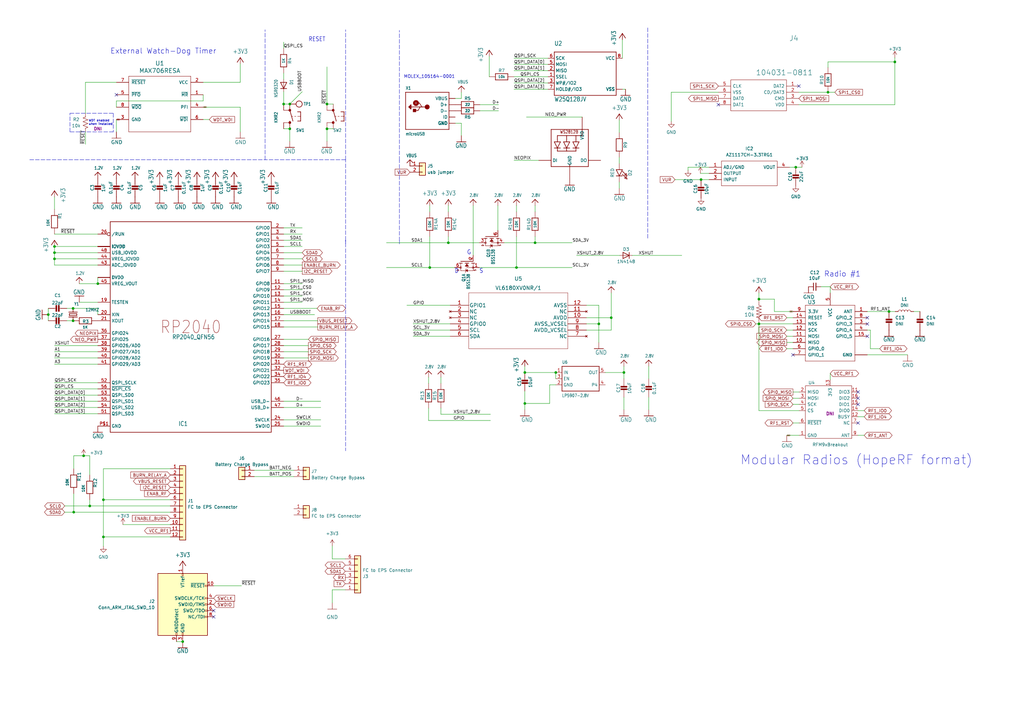
<source format=kicad_sch>
(kicad_sch (version 20211123) (generator eeschema)
  (paper "A3")
  (junction (at 116.332 42.672))
  (junction (at 74.93 263.144))
  (junction (at 42.418 204.978))
  (junction (at 211.836 109.728))
  (junction (at 250.698 130.302))
  (junction (at 367.03 25.4))
  (junction (at 326.39 68.58))
  (junction (at 42.418 220.218))
  (junction (at 29.972 131.572))
  (junction (at 30.226 210.058))
  (junction (at 22.352 103.632))
  (junction (at 311.277 132.842))
  (junction (at 22.352 101.092))
  (junction (at 29.972 126.492))
  (junction (at 255.905 152.781))
  (junction (at 118.872 52.832))
  (junction (at 215.265 165.481))
  (junction (at 215.265 152.781))
  (junction (at 364.617 127.762))
  (junction (at 176.276 109.728))
  (junction (at 245.618 132.842))
  (junction (at 134.112 42.672))
  (junction (at 339.598 37.846))
  (junction (at 34.29 186.944))
  (junction (at 40.132 116.332))
  (junction (at 118.872 42.672))
  (junction (at 219.456 99.568))
  (junction (at 311.277 122.682))
  (junction (at 36.83 207.518))
  (junction (at 19.812 129.032))
  (junction (at 183.896 99.568))
  (junction (at 287.528 73.66))
  (junction (at 227.965 152.781))
  (junction (at 134.112 52.832))
  (junction (at 22.352 106.172))
  (no_connect (at 351.917 165.862))
  (no_connect (at 351.917 160.782))
  (no_connect (at 355.727 130.302))
  (no_connect (at 355.727 137.922))
  (no_connect (at 87.63 252.984))
  (no_connect (at 47.752 38.862))
  (no_connect (at 87.63 250.444))
  (no_connect (at 351.917 173.482))
  (no_connect (at 355.727 132.842))
  (no_connect (at 294.64 42.926))
  (no_connect (at 325.247 145.542))
  (no_connect (at 327.66 35.306))
  (no_connect (at 351.917 163.322))
  (wire (pts (xy 36.83 186.944) (xy 34.29 186.944)))
  (wire (pts (xy 219.456 86.868) (xy 219.456 84.328)))
  (wire (pts (xy 201.168 172.466) (xy 175.768 172.466)))
  (wire (pts (xy 180.848 169.926) (xy 180.848 167.386)))
  (wire (pts (xy 325.247 135.382) (xy 322.707 135.382)))
  (wire (pts (xy 22.352 103.632) (xy 22.352 101.092)))
  (wire (pts (xy 42.418 220.218) (xy 42.418 224.028)))
  (polyline (pts (xy 28.702 46.482) (xy 46.482 46.482)))
  (wire (pts (xy 120.523 192.913) (xy 104.267 192.913)))
  (wire (pts (xy 186.69 40.386) (xy 189.23 40.386)))
  (wire (pts (xy 98.552 33.782) (xy 83.312 33.782)))
  (wire (pts (xy 183.896 86.868) (xy 183.896 84.328)))
  (wire (pts (xy 36.83 204.978) (xy 36.83 207.518)))
  (wire (pts (xy 22.352 106.172) (xy 22.352 103.632)))
  (wire (pts (xy 276.86 73.66) (xy 287.528 73.66)))
  (wire (pts (xy 189.23 40.386) (xy 189.23 37.846)))
  (wire (pts (xy 254 74.676) (xy 254 77.216)))
  (wire (pts (xy 196.596 109.728) (xy 211.836 109.728)))
  (wire (pts (xy 30.226 192.278) (xy 30.226 186.944)))
  (wire (pts (xy 196.85 45.466) (xy 204.47 45.466)))
  (wire (pts (xy 176.276 109.728) (xy 158.496 109.728)))
  (wire (pts (xy 356.997 135.382) (xy 356.997 143.002)))
  (wire (pts (xy 40.132 141.732) (xy 22.352 141.732)))
  (wire (pts (xy 116.332 106.172) (xy 123.952 106.172)))
  (wire (pts (xy 325.247 140.462) (xy 322.707 140.462)))
  (wire (pts (xy 131.572 172.212) (xy 116.332 172.212)))
  (wire (pts (xy 22.352 108.712) (xy 22.352 106.172)))
  (wire (pts (xy 36.83 194.818) (xy 36.83 186.944)))
  (wire (pts (xy 180.848 157.226) (xy 180.848 154.686)))
  (wire (pts (xy 240.538 132.842) (xy 245.618 132.842)))
  (wire (pts (xy 22.352 169.672) (xy 40.132 169.672)))
  (wire (pts (xy 85.852 49.022) (xy 83.312 49.022)))
  (wire (pts (xy 211.836 97.028) (xy 211.836 109.728)))
  (wire (pts (xy 40.132 146.812) (xy 22.352 146.812)))
  (wire (pts (xy 136.652 52.832) (xy 134.112 52.832)))
  (wire (pts (xy 327.787 165.862) (xy 325.247 165.862)))
  (wire (pts (xy 317.627 127.762) (xy 317.627 122.682)))
  (wire (pts (xy 224.79 23.876) (xy 210.82 23.876)))
  (wire (pts (xy 211.836 86.868) (xy 211.836 84.328)))
  (wire (pts (xy 22.352 167.132) (xy 40.132 167.132)))
  (wire (pts (xy 40.132 159.512) (xy 22.352 159.512)))
  (polyline (pts (xy 46.482 46.482) (xy 46.482 54.102)))
  (wire (pts (xy 339.598 37.846) (xy 342.392 37.846)))
  (wire (pts (xy 245.618 132.842) (xy 245.618 140.462)))
  (wire (pts (xy 255.27 16.256) (xy 255.27 23.876)))
  (wire (pts (xy 40.132 101.092) (xy 22.352 101.092)))
  (wire (pts (xy 355.727 127.762) (xy 364.617 127.762)))
  (wire (pts (xy 220.98 65.786) (xy 210.82 65.786)))
  (polyline (pts (xy 12.192 65.532) (xy 108.712 65.532)))
  (wire (pts (xy 183.896 99.568) (xy 158.496 99.568)))
  (wire (pts (xy 339.598 25.4) (xy 367.03 25.4)))
  (wire (pts (xy 266.065 162.941) (xy 266.065 168.021)))
  (wire (pts (xy 196.596 99.568) (xy 183.896 99.568)))
  (wire (pts (xy 328.93 68.58) (xy 326.39 68.58)))
  (wire (pts (xy 116.332 146.812) (xy 126.492 146.812)))
  (wire (pts (xy 116.332 139.192) (xy 126.492 139.192)))
  (wire (pts (xy 275.336 37.846) (xy 275.336 49.784)))
  (wire (pts (xy 130.048 126.492) (xy 116.332 126.492)))
  (wire (pts (xy 22.352 164.592) (xy 40.132 164.592)))
  (wire (pts (xy 184.658 125.222) (xy 166.878 125.222)))
  (wire (pts (xy 116.332 42.672) (xy 116.332 37.592)))
  (wire (pts (xy 83.312 41.402) (xy 83.312 38.862)))
  (wire (pts (xy 22.352 162.052) (xy 40.132 162.052)))
  (wire (pts (xy 26.543 207.518) (xy 36.83 207.518)))
  (wire (pts (xy 40.132 103.632) (xy 22.352 103.632)))
  (wire (pts (xy 196.85 42.926) (xy 204.47 42.926)))
  (polyline (pts (xy 141.732 65.532) (xy 141.732 12.192)))
  (wire (pts (xy 98.552 43.942) (xy 98.552 54.102)))
  (wire (pts (xy 42.418 192.278) (xy 42.418 204.978)))
  (wire (pts (xy 245.618 125.222) (xy 245.618 132.842)))
  (wire (pts (xy 201.168 169.926) (xy 180.848 169.926)))
  (wire (pts (xy 325.247 137.922) (xy 322.707 137.922)))
  (wire (pts (xy 35.052 33.782) (xy 35.052 46.482)))
  (polyline (pts (xy 265.684 11.43) (xy 265.684 97.79)))
  (wire (pts (xy 186.436 109.728) (xy 176.276 109.728)))
  (wire (pts (xy 224.79 28.956) (xy 210.82 28.956)))
  (wire (pts (xy 134.112 42.672) (xy 136.652 42.672)))
  (wire (pts (xy 340.487 153.162) (xy 340.487 155.702)))
  (wire (pts (xy 322.707 143.002) (xy 325.247 143.002)))
  (wire (pts (xy 367.03 25.4) (xy 367.03 42.926)))
  (wire (pts (xy 356.997 143.002) (xy 360.807 143.002)))
  (wire (pts (xy 224.79 31.496) (xy 210.82 31.496)))
  (wire (pts (xy 184.658 137.922) (xy 169.418 137.922)))
  (wire (pts (xy 219.456 97.028) (xy 219.456 99.568)))
  (wire (pts (xy 225.425 165.481) (xy 215.265 165.481)))
  (wire (pts (xy 255.27 36.576) (xy 256.54 36.576)))
  (wire (pts (xy 248.285 152.781) (xy 255.905 152.781)))
  (wire (pts (xy 134.112 27.432) (xy 134.112 42.672)))
  (wire (pts (xy 116.332 111.252) (xy 123.952 111.252)))
  (wire (pts (xy 340.487 117.602) (xy 340.487 120.142)))
  (wire (pts (xy 322.707 178.562) (xy 327.787 178.562)))
  (wire (pts (xy 255.905 162.941) (xy 255.905 168.021)))
  (wire (pts (xy 184.658 135.382) (xy 169.418 135.382)))
  (wire (pts (xy 279.654 104.775) (xy 259.334 104.775)))
  (wire (pts (xy 327.787 160.782) (xy 325.247 160.782)))
  (wire (pts (xy 294.64 37.846) (xy 275.336 37.846)))
  (wire (pts (xy 311.277 122.682) (xy 311.277 120.142)))
  (wire (pts (xy 116.332 141.732) (xy 126.492 141.732)))
  (wire (pts (xy 136.271 223.901) (xy 136.271 229.235)))
  (wire (pts (xy 40.132 156.972) (xy 22.352 156.972)))
  (wire (pts (xy 240.538 125.222) (xy 245.618 125.222)))
  (wire (pts (xy 123.952 96.012) (xy 116.332 96.012)))
  (wire (pts (xy 42.418 204.978) (xy 69.85 204.978)))
  (wire (pts (xy 35.052 54.102) (xy 35.052 59.182)))
  (wire (pts (xy 194.056 104.648) (xy 194.056 84.328)))
  (wire (pts (xy 327.66 42.926) (xy 367.03 42.926)))
  (wire (pts (xy 238.76 48.006) (xy 215.9 48.006)))
  (wire (pts (xy 215.265 165.481) (xy 215.265 160.401)))
  (wire (pts (xy 227.965 152.781) (xy 215.265 152.781)))
  (wire (pts (xy 374.777 127.762) (xy 377.317 127.762)))
  (wire (pts (xy 47.752 49.022) (xy 47.752 54.102)))
  (wire (pts (xy 327.787 173.482) (xy 325.247 173.482)))
  (wire (pts (xy 210.82 26.416) (xy 224.79 26.416)))
  (wire (pts (xy 116.332 123.952) (xy 123.952 123.952)))
  (wire (pts (xy 354.457 168.402) (xy 351.917 168.402)))
  (wire (pts (xy 40.132 113.792) (xy 40.132 116.332)))
  (wire (pts (xy 116.332 98.552) (xy 123.952 98.552)))
  (wire (pts (xy 176.276 84.328) (xy 176.276 86.868)))
  (wire (pts (xy 206.756 99.568) (xy 219.456 99.568)))
  (wire (pts (xy 116.332 131.572) (xy 130.302 131.572)))
  (wire (pts (xy 36.83 207.518) (xy 69.85 207.518)))
  (polyline (pts (xy 141.732 149.352) (xy 141.732 184.912)))
  (wire (pts (xy 136.271 229.235) (xy 141.605 229.235)))
  (wire (pts (xy 116.332 32.512) (xy 116.332 29.972)))
  (wire (pts (xy 116.332 144.272) (xy 126.492 144.272)))
  (wire (pts (xy 47.752 41.402) (xy 83.312 41.402)))
  (wire (pts (xy 40.132 96.012) (xy 22.352 96.012)))
  (wire (pts (xy 255.905 152.781) (xy 255.905 150.241)))
  (wire (pts (xy 116.332 101.092) (xy 123.952 101.092)))
  (wire (pts (xy 83.312 43.942) (xy 98.552 43.942)))
  (wire (pts (xy 22.352 80.772) (xy 22.352 85.852)))
  (wire (pts (xy 104.267 195.453) (xy 120.523 195.453)))
  (wire (pts (xy 40.132 106.172) (xy 22.352 106.172)))
  (wire (pts (xy 317.627 122.682) (xy 311.277 122.682)))
  (wire (pts (xy 355.727 145.542) (xy 372.237 145.542)))
  (wire (pts (xy 311.277 168.402) (xy 327.787 168.402)))
  (wire (pts (xy 225.425 157.861) (xy 225.425 165.481)))
  (wire (pts (xy 175.768 157.226) (xy 175.768 154.686)))
  (polyline (pts (xy 141.732 65.532) (xy 108.712 65.532)))
  (wire (pts (xy 118.872 42.672) (xy 116.332 42.672)))
  (wire (pts (xy 116.332 167.132) (xy 131.572 167.132)))
  (wire (pts (xy 327.787 163.322) (xy 325.247 163.322)))
  (wire (pts (xy 215.265 150.241) (xy 215.265 152.781)))
  (wire (pts (xy 282.194 69.85) (xy 282.194 68.58)))
  (wire (pts (xy 69.85 192.278) (xy 42.418 192.278)))
  (polyline (pts (xy 46.482 54.102) (xy 28.702 54.102)))
  (wire (pts (xy 240.538 135.382) (xy 250.698 135.382)))
  (wire (pts (xy 72.39 263.144) (xy 74.93 263.144)))
  (wire (pts (xy 211.836 109.728) (xy 234.696 109.728)))
  (wire (pts (xy 116.332 164.592) (xy 131.572 164.592)))
  (wire (pts (xy 327.66 37.846) (xy 339.598 37.846)))
  (wire (pts (xy 287.528 73.66) (xy 290.83 73.66)))
  (wire (pts (xy 116.332 134.112) (xy 130.302 134.112)))
  (wire (pts (xy 354.457 170.942) (xy 351.917 170.942)))
  (wire (pts (xy 40.132 126.492) (xy 40.132 129.032)))
  (wire (pts (xy 40.132 123.952) (xy 32.512 123.952)))
  (wire (pts (xy 325.247 130.302) (xy 322.707 130.302)))
  (wire (pts (xy 266.065 150.241) (xy 266.065 155.321)))
  (wire (pts (xy 311.277 132.842) (xy 311.277 168.402)))
  (wire (pts (xy 19.812 131.572) (xy 19.812 129.032)))
  (wire (pts (xy 136.271 241.935) (xy 136.271 247.269)))
  (wire (pts (xy 123.952 37.592) (xy 118.872 42.672)))
  (wire (pts (xy 47.752 43.942) (xy 47.752 41.402)))
  (wire (pts (xy 27.432 131.572) (xy 29.972 131.572)))
  (wire (pts (xy 116.332 116.332) (xy 123.952 116.332)))
  (wire (pts (xy 42.418 204.978) (xy 42.418 220.218)))
  (polyline (pts (xy 28.702 54.102) (xy 28.702 46.482)))
  (wire (pts (xy 219.456 99.568) (xy 234.696 99.568)))
  (wire (pts (xy 254.254 104.775) (xy 236.474 104.775)))
  (wire (pts (xy 254 54.356) (xy 254 49.276)))
  (wire (pts (xy 87.63 240.284) (xy 99.06 240.284)))
  (wire (pts (xy 364.617 127.762) (xy 367.157 127.762)))
  (wire (pts (xy 118.872 52.832) (xy 118.872 57.912)))
  (wire (pts (xy 116.332 52.832) (xy 118.872 52.832)))
  (wire (pts (xy 116.332 103.632) (xy 123.952 103.632)))
  (wire (pts (xy 134.112 57.912) (xy 134.112 52.832)))
  (wire (pts (xy 189.23 50.546) (xy 189.23 55.626)))
  (wire (pts (xy 30.226 202.438) (xy 30.226 210.058)))
  (wire (pts (xy 19.812 129.032) (xy 19.812 126.492)))
  (wire (pts (xy 311.277 132.842) (xy 325.247 132.842)))
  (wire (pts (xy 250.698 130.302) (xy 250.698 120.142)))
  (wire (pts (xy 116.332 174.752) (xy 131.572 174.752)))
  (wire (pts (xy 183.896 97.028) (xy 183.896 99.568)))
  (wire (pts (xy 354.457 178.562) (xy 351.917 178.562)))
  (wire (pts (xy 22.352 144.272) (xy 40.132 144.272)))
  (polyline (pts (xy 163.83 65.786) (xy 163.83 12.446)))
  (wire (pts (xy 116.332 121.412) (xy 123.952 121.412)))
  (polyline (pts (xy 141.732 98.552) (xy 141.732 99.822)))
  (wire (pts (xy 339.598 27.686) (xy 339.598 25.4)))
  (wire (pts (xy 325.247 127.762) (xy 317.627 127.762)))
  (wire (pts (xy 42.418 220.218) (xy 69.85 220.218)))
  (wire (pts (xy 287.274 71.12) (xy 290.83 71.12)))
  (wire (pts (xy 326.39 68.58) (xy 323.85 68.58)))
  (wire (pts (xy 210.82 36.576) (xy 224.79 36.576)))
  (wire (pts (xy 227.965 155.321) (xy 227.965 152.781)))
  (wire (pts (xy 116.332 118.872) (xy 123.952 118.872)))
  (polyline (pts (xy 108.712 65.532) (xy 108.712 12.192)))
  (wire (pts (xy 186.69 50.546) (xy 189.23 50.546)))
  (wire (pts (xy 224.79 34.036) (xy 210.82 34.036)))
  (wire (pts (xy 215.265 165.481) (xy 215.265 168.021)))
  (wire (pts (xy 26.543 210.058) (xy 30.226 210.058)))
  (wire (pts (xy 116.332 93.472) (xy 123.952 93.472)))
  (wire (pts (xy 175.768 172.466) (xy 175.768 167.386)))
  (wire (pts (xy 282.194 68.58) (xy 290.83 68.58)))
  (polyline (pts (xy 141.732 98.552) (xy 141.732 65.532)))
  (wire (pts (xy 240.538 130.302) (xy 250.698 130.302)))
  (wire (pts (xy 200.66 23.114) (xy 200.66 31.496)))
  (wire (pts (xy 367.03 23.622) (xy 367.03 25.4)))
  (wire (pts (xy 250.698 135.382) (xy 250.698 130.302)))
  (wire (pts (xy 98.552 33.782) (xy 98.552 26.162)))
  (polyline (pts (xy 163.83 98.806) (xy 163.83 65.786)))
  (polyline (pts (xy 141.732 149.352) (xy 141.732 98.552)))
  (wire (pts (xy 227.965 157.861) (xy 225.425 157.861)))
  (wire (pts (xy 116.332 129.032) (xy 129.032 129.032)))
  (wire (pts (xy 69.85 215.138) (xy 50.419 215.138)))
  (wire (pts (xy 29.972 126.492) (xy 27.432 126.492)))
  (wire (pts (xy 47.752 33.782) (xy 35.052 33.782)))
  (wire (pts (xy 116.332 19.812) (xy 116.332 17.272)))
  (wire (pts (xy 355.727 135.382) (xy 356.997 135.382)))
  (wire (pts (xy 340.487 117.602) (xy 336.677 117.602)))
  (wire (pts (xy 30.226 210.058) (xy 69.85 210.058)))
  (wire (pts (xy 30.226 186.944) (xy 34.29 186.944)))
  (wire (pts (xy 141.605 241.935) (xy 136.271 241.935)))
  (wire (pts (xy 255.905 152.781) (xy 255.905 155.321)))
  (wire (pts (xy 310.007 132.842) (xy 311.277 132.842)))
  (wire (pts (xy 116.332 108.712) (xy 123.952 108.712)))
  (wire (pts (xy 204.216 94.488) (xy 204.216 84.328)))
  (wire (pts (xy 184.658 132.842) (xy 169.418 132.842)))
  (polyline (pts (xy 163.83 98.806) (xy 163.83 100.076)))
  (wire (pts (xy 176.276 97.028) (xy 176.276 109.728)))
  (wire (pts (xy 22.352 149.352) (xy 40.132 149.352)))
  (wire (pts (xy 32.512 116.332) (xy 40.132 116.332)))
  (wire (pts (xy 254 64.516) (xy 254 67.056)))
  (wire (pts (xy 40.132 108.712) (xy 22.352 108.712)))
  (wire (pts (xy 29.972 126.492) (xy 40.132 126.492)))
  (text "S" (at 196.596 112.268 180) (effects (font (size 1.778 1.5113)) (justify left bottom)))
  (text "MOLEX_105164-0001" (at 165.608 32.258 0) (effects (font (size 1.27 1.27)) (justify left bottom)))
  (text "RESET" (at 126.492 17.272 180) (effects (font (size 1.778 1.5113)) (justify left bottom)))
  (text "Radio #1" (at 337.947 113.792 0) (effects (font (size 2.159 2.159)) (justify left bottom)))
  (text "WDT enabled\nwhen installed" (at 36.322 51.562 0) (effects (font (size 0.889 0.889)) (justify left bottom)))
  (text "External Watch-Dog Timer" (at 45.212 22.352 0) (effects (font (size 2.159 2.159)) (justify left bottom)))
  (text "Modular Radios (HopeRF format)" (at 303.53 191.008 0) (effects (font (size 3.81 3.81)) (justify left bottom)))
  (text "G" (at 191.516 104.648 180) (effects (font (size 1.778 1.5113)) (justify left bottom)))
  (text "D" (at 186.436 112.268 180) (effects (font (size 1.778 1.5113)) (justify left bottom)))
  (label "BATT_NEG" (at 110.363 192.913 0))
  (label "SWDIO" (at 121.412 174.752 0) (effects (font (size 1.2446 1.2446))))
  (label "~{RESET}" (at 35.052 59.182 90) (effects (font (size 1.2446 1.2446))))
  (label "XSHUT_2.8V" (at 185.928 169.926 0) (effects (font (size 1.2446 1.2446))))
  (label "NEO_PWR" (at 223.52 48.006 0) (effects (font (size 1.2446 1.2446))))
  (label "QSPI_DATA[2]" (at 22.352 167.132 0) (effects (font (size 1.2446 1.2446))))
  (label "SDA1" (at 118.872 98.552 0) (effects (font (size 1.2446 1.2446))))
  (label "XSHUT_2.8V" (at 236.474 104.775 0) (effects (font (size 1.2446 1.2446))))
  (label "QSPI_DATA[2]" (at 210.82 34.036 0) (effects (font (size 1.2446 1.2446))))
  (label "USBBOOT" (at 118.872 129.032 0) (effects (font (size 1.2446 1.2446))))
  (label "GPIO" (at 169.418 125.222 0) (effects (font (size 1.2446 1.2446))))
  (label "A3" (at 22.352 149.352 0) (effects (font (size 1.2446 1.2446))))
  (label "SCL1" (at 118.872 101.092 0) (effects (font (size 1.2446 1.2446))))
  (label "SPI1_CS0" (at 118.872 118.872 0) (effects (font (size 1.2446 1.2446))))
  (label "QSPI_DATA[3]" (at 22.352 169.672 0) (effects (font (size 1.2446 1.2446))))
  (label "~{RESET}" (at 134.112 42.672 90) (effects (font (size 1.2446 1.2446))))
  (label "QSPI_DATA[0]" (at 210.82 26.416 0) (effects (font (size 1.2446 1.2446))))
  (label "QSPI_CS" (at 116.332 19.812 0) (effects (font (size 1.2446 1.2446))))
  (label "~{RESET}" (at 24.892 96.012 0) (effects (font (size 1.2446 1.2446))))
  (label "A1" (at 22.352 144.272 0) (effects (font (size 1.2446 1.2446))))
  (label "SDA1" (at 168.656 99.568 0) (effects (font (size 1.2446 1.2446))))
  (label "XSHUT" (at 22.352 141.732 0) (effects (font (size 1.2446 1.2446))))
  (label "QSPI_DATA[1]" (at 210.82 28.956 0) (effects (font (size 1.2446 1.2446))))
  (label "SCL_3V" (at 169.418 135.382 0) (effects (font (size 1.2446 1.2446))))
  (label "USBBOOT" (at 123.952 37.592 90) (effects (font (size 1.2446 1.2446))))
  (label "QSPI_DATA[3]" (at 210.82 36.576 0) (effects (font (size 1.2446 1.2446))))
  (label "SDA_3V" (at 169.418 137.922 0) (effects (font (size 1.2446 1.2446))))
  (label "GPIO" (at 185.928 172.466 0) (effects (font (size 1.2446 1.2446))))
  (label "SWCLK" (at 121.412 172.212 0) (effects (font (size 1.2446 1.2446))))
  (label "RX" (at 118.872 96.012 0) (effects (font (size 1.2446 1.2446))))
  (label "D-" (at 121.412 164.592 0) (effects (font (size 1.2446 1.2446))))
  (label "D+" (at 121.412 167.132 0) (effects (font (size 1.2446 1.2446))))
  (label "SCL1" (at 168.656 109.728 0) (effects (font (size 1.2446 1.2446))))
  (label "SPI1_SCK" (at 118.872 121.412 0) (effects (font (size 1.2446 1.2446))))
  (label "QSPI_DATA[1]" (at 22.352 164.592 0) (effects (font (size 1.2446 1.2446))))
  (label "QSPI_CS" (at 213.36 31.496 0) (effects (font (size 1.2446 1.2446))))
  (label "~{RESET}" (at 99.06 240.284 0) (effects (font (size 1.2446 1.2446))))
  (label "TX" (at 118.872 93.472 0) (effects (font (size 1.2446 1.2446))))
  (label "NEOPIX" (at 210.82 65.786 0) (effects (font (size 1.2446 1.2446))))
  (label "SCL_3V" (at 234.696 109.728 0) (effects (font (size 1.2446 1.2446))))
  (label "SPI1_MISO" (at 118.872 116.332 0) (effects (font (size 1.2446 1.2446))))
  (label "A2" (at 22.352 146.812 0) (effects (font (size 1.2446 1.2446))))
  (label "SDA_3V" (at 234.696 99.568 0) (effects (font (size 1.2446 1.2446))))
  (label "QSPI_CS" (at 22.352 159.512 0) (effects (font (size 1.2446 1.2446))))
  (label "QSPI_SCK" (at 210.82 23.876 0) (effects (font (size 1.2446 1.2446))))
  (label "RF1_ANT" (at 356.997 127.762 0))
  (label "XSHUT_2.8V" (at 169.418 132.842 0) (effects (font (size 1.2446 1.2446))))
  (label "QSPI_SCK" (at 22.352 156.972 0) (effects (font (size 1.2446 1.2446))))
  (label "BATT_POS" (at 110.363 195.453 0))
  (label "XSHUT" (at 261.874 104.775 0) (effects (font (size 1.2446 1.2446))))
  (label "D+" (at 201.93 42.926 0) (effects (font (size 1.2446 1.2446))))
  (label "QSPI_DATA[0]" (at 22.352 162.052 0) (effects (font (size 1.2446 1.2446))))
  (label "SPI1_MOSI" (at 118.872 123.952 0) (effects (font (size 1.2446 1.2446))))
  (label "D-" (at 201.93 45.466 0) (effects (font (size 1.2446 1.2446))))
  (global_label "RF1_RST" (shape bidirectional) (at 116.332 149.352 0) (property "Intersheet References" "${INTERSHEET_REFS}" (effects hide)))
  (global_label "SPI0_SCK" (shape input) (at 322.707 135.382 180) (property "Intersheet References" "${INTERSHEET_REFS}" (effects hide)))
  (global_label "SPI0_MOSI" (shape input) (at 322.707 137.922 180) (property "Intersheet References" "${INTERSHEET_REFS}" (effects hide)))
  (global_label "WDT_WDI" (shape output) (at 116.332 151.892 0) (property "Intersheet References" "${INTERSHEET_REFS}" (effects hide)))
  (global_label "RF1_IO0" (shape bidirectional) (at 116.332 156.972 0) (property "Intersheet References" "${INTERSHEET_REFS}" (effects hide)))
  (global_label "SDA0" (shape bidirectional) (at 26.543 210.058 180) (property "Intersheet References" "${INTERSHEET_REFS}" (effects hide)))
  (global_label "VCC_RF1" (shape bidirectional) (at 340.487 117.602 0) (property "Intersheet References" "${INTERSHEET_REFS}" (effects hide)))
  (global_label "ENAB_RF" (shape bidirectional) (at 130.048 126.492 0) (property "Intersheet References" "${INTERSHEET_REFS}" (effects hide)))
  (global_label "RF1_IO4" (shape bidirectional) (at 360.807 143.002 0) (property "Intersheet References" "${INTERSHEET_REFS}" (effects hide)))
  (global_label "SPI0_SCK" (shape output) (at 126.492 144.272 0) (property "Intersheet References" "${INTERSHEET_REFS}" (effects hide)))
  (global_label "SPI0_MOSI" (shape input) (at 325.247 163.322 180) (property "Intersheet References" "${INTERSHEET_REFS}" (effects hide)))
  (global_label "VCC_RF1" (shape output) (at 69.85 217.678 180) (property "Intersheet References" "${INTERSHEET_REFS}" (effects hide)))
  (global_label "RF1_RST" (shape bidirectional) (at 322.707 130.302 180) (property "Intersheet References" "${INTERSHEET_REFS}" (effects hide)))
  (global_label "RF1_IO4" (shape bidirectional) (at 354.457 170.942 0) (property "Intersheet References" "${INTERSHEET_REFS}" (effects hide)))
  (global_label "SPI0_MISO" (shape output) (at 325.247 160.782 180) (property "Intersheet References" "${INTERSHEET_REFS}" (effects hide)))
  (global_label "SWCLK" (shape input) (at 87.63 245.364 0) (property "Intersheet References" "${INTERSHEET_REFS}" (effects hide)))
  (global_label "RF1_IO0" (shape bidirectional) (at 354.457 168.402 0) (property "Intersheet References" "${INTERSHEET_REFS}" (effects hide)))
  (global_label "RF1_IO4" (shape bidirectional) (at 116.332 154.432 0) (property "Intersheet References" "${INTERSHEET_REFS}" (effects hide)))
  (global_label "3.3V" (shape bidirectional) (at 325.247 127.762 180) (effects (font (size 0.254 0.254))) (property "Intersheet References" "${INTERSHEET_REFS}" (effects hide)))
  (global_label "ENABLE_BURN" (shape output) (at 123.952 108.712 0) (property "Intersheet References" "${INTERSHEET_REFS}" (effects hide)))
  (global_label "SPI0_CS0" (shape output) (at 126.492 141.732 0) (property "Intersheet References" "${INTERSHEET_REFS}" (effects hide)))
  (global_label "VUR" (shape input) (at 168.148 70.612 180) (property "Intersheet References" "${INTERSHEET_REFS}" (effects hide)))
  (global_label "ENABLE_BURN" (shape input) (at 69.85 212.598 180) (property "Intersheet References" "${INTERSHEET_REFS}" (effects hide)))
  (global_label "RF1_RST" (shape bidirectional) (at 325.247 173.482 180) (property "Intersheet References" "${INTERSHEET_REFS}" (effects hide)))
  (global_label "I2C_RESET" (shape output) (at 123.952 111.252 0) (property "Intersheet References" "${INTERSHEET_REFS}" (effects hide)))
  (global_label "WDT_WDI" (shape input) (at 85.852 49.022 0) (property "Intersheet References" "${INTERSHEET_REFS}" (effects hide)))
  (global_label "ENAB_RF" (shape input) (at 69.85 202.438 180) (property "Intersheet References" "${INTERSHEET_REFS}" (effects hide)))
  (global_label "SPI0_SCK" (shape input) (at 325.247 165.862 180) (property "Intersheet References" "${INTERSHEET_REFS}" (effects hide)))
  (global_label "NEO_PWR" (shape output) (at 40.132 139.192 180) (property "Intersheet References" "${INTERSHEET_REFS}" (effects hide)))
  (global_label "RF1_IO0" (shape bidirectional) (at 322.707 143.002 180) (property "Intersheet References" "${INTERSHEET_REFS}" (effects hide)))
  (global_label "SPI0_MISO" (shape output) (at 322.707 140.462 180) (property "Intersheet References" "${INTERSHEET_REFS}" (effects hide)))
  (global_label "SPI0_CS0" (shape bidirectional) (at 310.007 132.842 180) (property "Intersheet References" "${INTERSHEET_REFS}" (effects hide)))
  (global_label "TX" (shape input) (at 141.605 239.395 180) (property "Intersheet References" "${INTERSHEET_REFS}" (effects hide)))
  (global_label "I2C_RESET" (shape input) (at 69.85 199.898 180) (property "Intersheet References" "${INTERSHEET_REFS}" (effects hide)))
  (global_label "SPI0_MOSI" (shape output) (at 126.492 146.812 0) (property "Intersheet References" "${INTERSHEET_REFS}" (effects hide)))
  (global_label "SPI1_MISO" (shape output) (at 294.64 40.386 180) (property "Intersheet References" "${INTERSHEET_REFS}" (effects hide)))
  (global_label "SPI0_MISO" (shape input) (at 126.492 139.192 0) (property "Intersheet References" "${INTERSHEET_REFS}" (effects hide)))
  (global_label "VBUS_RESET" (shape bidirectional) (at 69.85 197.358 180) (property "Intersheet References" "${INTERSHEET_REFS}" (effects hide)))
  (global_label "SCL0" (shape bidirectional) (at 26.543 207.518 180) (property "Intersheet References" "${INTERSHEET_REFS}" (effects hide)))
  (global_label "VBUS_RESET" (shape output) (at 130.302 131.572 0) (property "Intersheet References" "${INTERSHEET_REFS}" (effects hide)))
  (global_label "VUR" (shape input) (at 276.86 73.66 180) (property "Intersheet References" "${INTERSHEET_REFS}" (effects hide)))
  (global_label "BURN_RELAY_A" (shape input) (at 69.85 194.818 180) (property "Intersheet References" "${INTERSHEET_REFS}" (effects hide)))
  (global_label "SCL1" (shape bidirectional) (at 141.605 231.775 180) (property "Intersheet References" "${INTERSHEET_REFS}" (effects hide)))
  (global_label "SWDIO" (shape input) (at 87.63 247.904 0) (property "Intersheet References" "${INTERSHEET_REFS}" (effects hide)))
  (global_label "SPI1_CS0" (shape input) (at 342.392 37.846 0) (property "Intersheet References" "${INTERSHEET_REFS}" (effects hide)))
  (global_label "RF1_ANT" (shape bidirectional) (at 354.457 178.562 0) (property "Intersheet References" "${INTERSHEET_REFS}" (effects hide)))
  (global_label "NEOPIX" (shape output) (at 40.132 136.652 180) (property "Intersheet References" "${INTERSHEET_REFS}" (effects hide)))
  (global_label "GND" (shape bidirectional) (at 322.707 178.562 0) (effects (font (size 0.254 0.254))) (property "Intersheet References" "${INTERSHEET_REFS}" (effects hide)))
  (global_label "VCC_RF1" (shape bidirectional) (at 340.487 153.162 0) (property "Intersheet References" "${INTERSHEET_REFS}" (effects hide)))
  (global_label "GND" (shape bidirectional) (at 47.752 49.022 0) (effects (font (size 0.254 0.254))) (property "Intersheet References" "${INTERSHEET_REFS}" (effects hide)))
  (global_label "SPI1_SCK" (shape input) (at 294.64 35.306 180) (property "Intersheet References" "${INTERSHEET_REFS}" (effects hide)))
  (global_label "SCL0" (shape bidirectional) (at 123.952 106.172 0) (property "Intersheet References" "${INTERSHEET_REFS}" (effects hide)))
  (global_label "SPI1_MOSI" (shape input) (at 327.66 40.386 0) (property "Intersheet References" "${INTERSHEET_REFS}" (effects hide)))
  (global_label "SDA0" (shape bidirectional) (at 123.952 103.632 0) (property "Intersheet References" "${INTERSHEET_REFS}" (effects hide)))
  (global_label "BURN_RELAY_A" (shape output) (at 130.302 134.112 0) (property "Intersheet References" "${INTERSHEET_REFS}" (effects hide)))
  (global_label "GND" (shape bidirectional) (at 83.312 43.942 0) (effects (font (size 0.254 0.254))) (property "Intersheet References" "${INTERSHEET_REFS}" (effects hide)))
  (global_label "SDA1" (shape bidirectional) (at 141.605 234.315 180) (property "Intersheet References" "${INTERSHEET_REFS}" (effects hide)))
  (global_label "RX" (shape output) (at 141.605 236.855 180) (property "Intersheet References" "${INTERSHEET_REFS}" (effects hide)))
  (symbol (lib_id "power:GND") (at 287.528 81.28 0) (unit 1)
    (property "Reference" "#PWR0109" (effects hide))
    (property "Value" "GND" (at 287.528 85.7234 0))
  )
  (symbol (lib_id "Adafruit ItsyBitsy RP2040-eagle-import:CAP_CERAMIC_0603MP") (at 326.39 73.66 0) (unit 1)
    (property "Reference" "C19" (at 324.1 72.41 90))
    (property "Value" "22uF" (at 328.69 72.41 90))
    (property "Footprint" "Capacitor_SMD:C_0603_1608Metric" (effects hide))
  )
  (symbol (lib_id "mainboard:MAX708RESA-T") (at 85.852 36.322 0) (mirror y) (unit 1)
    (property "Reference" "U1" (at 65.532 25.9588 0) (effects (font (size 1.7526 1.7526))))
    (property "Value" "MAX706RESA" (at 65.532 29.0068 0) (effects (font (size 1.7526 1.7526))))
    (property "Footprint" "Package_SO:SO-8_3.9x4.9mm_P1.27mm" (effects hide))
    (property "Datasheet" "https://datasheets.maximintegrated.com/en/ds/MAX706AP-MAX708T.pdf" (effects hide))
    (property "Description" "Watch-dog Timer" (effects hide))
    (property "Flight" "MAX706RESA" (effects hide))
    (property "Manufacturer_Name" "Maxim Integrated" (effects hide))
    (property "Manufacturer_Part_Number" "MAX706RESA" (effects hide))
    (property "Proto" "MAX706RESA" (effects hide))
  )
  (symbol (lib_id "Adafruit VL6180 Time of Flight Sensor-eagle-import:MOSFET-N_DUAL") (at 191.516 107.188 90) (mirror x) (unit 1)
    (property "Reference" "Q1" (at 190.881 112.268 0) (effects (font (size 1.27 1.0795)) (justify left bottom)))
    (property "Value" "BSS138" (at 192.786 112.268 0) (effects (font (size 1.27 1.0795)) (justify left bottom)))
    (property "Footprint" "Adafruit VL6180 Time of Flight Sensor:SOT363" (effects hide))
  )
  (symbol (lib_id "Adafruit ItsyBitsy RP2040-eagle-import:CAP_CERAMIC_0402NO") (at 55.372 75.692 180) (unit 1)
    (property "Reference" "C5" (at 57.662 76.942 90))
    (property "Value" "0.1uF" (at 53.072 76.942 90))
    (property "Footprint" "Capacitor_SMD:C_0402_1005Metric" (effects hide))
  )
  (symbol (lib_id "Adafruit ItsyBitsy RP2040-eagle-import:SWITCH_TACT_SMT4.6X2.8") (at 136.652 47.752 270) (unit 1)
    (property "Reference" "SW2" (at 136.652 54.102 90) (effects (font (size 1.27 1.0795)) (justify left bottom)))
    (property "Value" "KMR2" (at 130.302 45.847 0) (effects (font (size 1.27 1.0795)) (justify left bottom)))
    (property "Footprint" "Adafruit ItsyBitsy RP2040:BTN_KMR2_4.6X2.8" (effects hide))
  )
  (symbol (lib_id "Adafruit ItsyBitsy RP2040-eagle-import:CAP_CERAMIC_0402NO") (at 24.892 126.492 90) (unit 1)
    (property "Reference" "C1" (at 23.642 121.162 90))
    (property "Value" "22pF" (at 23.642 124.192 90))
    (property "Footprint" "Capacitor_SMD:C_0402_1005Metric" (effects hide))
  )
  (symbol (lib_id "power:+3V3") (at 367.03 23.622 0) (unit 1)
    (property "Reference" "#PWR02" (effects hide))
    (property "Value" "+3V3" (at 367.03 20.0462 0))
  )
  (symbol (lib_id "Adafruit VL6180 Time of Flight Sensor-eagle-import:2.8V") (at 250.698 117.602 0) (unit 1)
    (property "Reference" "#U$0106" (effects hide))
    (property "Value" "2.8V" (at 249.174 116.586 0) (effects (font (size 1.27 1.0795)) (justify left bottom)))
    (property "Footprint" "Adafruit VL6180 Time of Flight Sensor:" (effects hide))
  )
  (symbol (lib_id "mainboard:RFM98PW") (at 337.947 135.382 0) (unit 1)
    (property "Reference" "U3" (at 332.867 123.952 0) (effects (font (size 1.4986 1.4986))))
    (property "Value" "RFM98PW" (effects hide))
    (property "Footprint" "mainboard:RFM95PW" (effects hide))
    (property "Description" "433 MHz 1W Radio" (effects hide))
    (property "Flight" "RFM98PW" (effects hide))
    (property "Manufacturer_Name" "HopeRF" (effects hide))
    (property "Manufacturer_Part_Number" "RFM98PW" (effects hide))
    (property "Proto" "RFM98PW" (effects hide))
  )
  (symbol (lib_id "Adafruit ItsyBitsy RP2040-eagle-import:RESISTOR_0402NO") (at 339.598 32.766 90) (unit 1)
    (property "Reference" "R10" (at 337.058 32.766 0))
    (property "Value" "10k" (at 339.598 32.766 0) (effects (font (size 1.016 1.016) bold)))
    (property "Footprint" "Resistor_SMD:R_0402_1005Metric" (effects hide))
  )
  (symbol (lib_id "Adafruit ItsyBitsy RP2040-eagle-import:CAP_CERAMIC_0402NO") (at 364.617 132.842 0) (unit 1)
    (property "Reference" "C13" (at 367.157 130.3019 0) (effects (justify left)))
    (property "Value" "DNI" (at 367.157 132.8419 0) (effects (justify left)))
    (property "Footprint" "Capacitor_SMD:C_0603_1608Metric" (effects hide))
  )
  (symbol (lib_id "Adafruit ItsyBitsy RP2040-eagle-import:VBUS") (at 189.23 35.306 0) (unit 1)
    (property "Reference" "#U$011" (effects hide))
    (property "Value" "VBUS" (at 187.706 34.29 0) (effects (font (size 1.27 1.0795)) (justify left bottom)))
    (property "Footprint" "Adafruit ItsyBitsy RP2040:" (effects hide))
  )
  (symbol (lib_id "Adafruit VL6180 Time of Flight Sensor-eagle-import:GND") (at 266.065 170.561 0) (unit 1)
    (property "Reference" "#U$0103" (effects hide))
    (property "Value" "GND" (at 264.541 173.101 0) (effects (font (size 1.778 1.5113)) (justify left bottom)))
    (property "Footprint" "Adafruit VL6180 Time of Flight Sensor:" (effects hide))
  )
  (symbol (lib_id "Adafruit ItsyBitsy RP2040-eagle-import:+3V3") (at 80.772 70.612 0) (unit 1)
    (property "Reference" "#+3V06" (effects hide))
    (property "Value" "+3V3" (at 78.232 75.692 90) (effects (font (size 1.778 1.5113)) (justify left bottom)))
    (property "Footprint" "Adafruit ItsyBitsy RP2040:" (effects hide))
  )
  (symbol (lib_id "Adafruit ItsyBitsy RP2040-eagle-import:CAP_CERAMIC_0603MP") (at 80.772 78.232 0) (unit 1)
    (property "Reference" "C8" (at 78.482 76.982 90))
    (property "Value" "1uF" (at 83.072 76.982 90))
    (property "Footprint" "Capacitor_SMD:C_0603_1608Metric" (effects hide))
  )
  (symbol (lib_id "mainboard:GND") (at 47.752 56.642 0) (mirror y) (unit 1)
    (property "Reference" "#U01" (effects hide))
    (property "Value" "GND" (at 50.292 59.182 0) (effects (font (size 1.4986 1.4986)) (justify left bottom)))
  )
  (symbol (lib_id "Adafruit ItsyBitsy RP2040-eagle-import:CAP_CERAMIC_0402NO") (at 24.892 131.572 90) (unit 1)
    (property "Reference" "C2" (at 23.642 133.862 90))
    (property "Value" "22pF" (at 23.642 129.272 90))
    (property "Footprint" "Capacitor_SMD:C_0402_1005Metric" (effects hide))
  )
  (symbol (lib_id "Adafruit ItsyBitsy RP2040-eagle-import:GND") (at 74.93 265.684 0) (unit 1)
    (property "Reference" "#GND07" (effects hide))
    (property "Value" "GND" (at 74.93 266.954 0) (effects (font (size 1.778 1.5113))))
    (property "Footprint" "Adafruit ItsyBitsy RP2040:" (effects hide))
  )
  (symbol (lib_id "Adafruit VL6180 Time of Flight Sensor-eagle-import:2.8V") (at 266.065 147.701 0) (unit 1)
    (property "Reference" "#U$0102" (effects hide))
    (property "Value" "2.8V" (at 264.541 146.685 0) (effects (font (size 1.27 1.0795)) (justify left bottom)))
    (property "Footprint" "Adafruit VL6180 Time of Flight Sensor:" (effects hide))
  )
  (symbol (lib_id "Device:R_US") (at 35.052 50.292 0) (mirror x) (unit 1)
    (property "Reference" "R2" (at 31.242 49.022 0))
    (property "Value" "10k" (at 31.242 51.562 0))
    (property "Footprint" "Resistor_SMD:R_0603_1608Metric" (effects hide))
    (property "DNI" "DNI" (at 40.132 52.832 0) (effects (font bold)))
    (property "Description" "10k 0603" (effects hide))
  )
  (symbol (lib_id "VL6180X0NR:VL6180XV0NR{slash}1") (at 184.658 125.222 0) (unit 1)
    (property "Reference" "U5" (at 212.598 114.3 0) (effects (font (size 1.524 1.524))))
    (property "Value" "VL6180XV0NR/1" (at 212.598 118.11 0) (effects (font (size 1.524 1.524))))
    (property "Footprint" "Adafruit VL6180 Time of Flight Sensor:VL6180" (effects hide))
  )
  (symbol (lib_id "Adafruit ItsyBitsy RP2040-eagle-import:+3V3") (at 111.252 70.612 0) (unit 1)
    (property "Reference" "#+3V010" (effects hide))
    (property "Value" "+3V3" (at 108.712 75.692 90) (effects (font (size 1.778 1.5113)) (justify left bottom)))
    (property "Footprint" "Adafruit ItsyBitsy RP2040:" (effects hide))
  )
  (symbol (lib_id "Adafruit ItsyBitsy RP2040-eagle-import:+3V3") (at 183.896 81.788 0) (unit 1)
    (property "Reference" "#+3V0103" (effects hide))
    (property "Value" "+3V3" (at 183.896 79.248 0) (effects (font (size 1.778 1.5113))))
    (property "Footprint" "Adafruit ItsyBitsy RP2040:" (effects hide))
  )
  (symbol (lib_id "Adafruit VL6180 Time of Flight Sensor-eagle-import:RESISTOR_4PACK") (at 211.836 91.948 90) (mirror x) (unit 2)
    (property "Reference" "R14" (at 209.296 91.948 0))
    (property "Value" "10K" (at 211.836 91.948 0) (effects (font (size 1.016 1.016) bold)))
    (property "Footprint" "Adafruit VL6180 Time of Flight Sensor:RESPACK_4X0603" (effects hide))
  )
  (symbol (lib_id "Adafruit ItsyBitsy RP2040-eagle-import:1.2V") (at 32.512 113.792 0) (unit 1)
    (property "Reference" "#U$01" (effects hide))
    (property "Value" "1.2V" (at 30.988 112.776 0) (effects (font (size 1.27 1.0795)) (justify left bottom)))
    (property "Footprint" "Adafruit ItsyBitsy RP2040:" (effects hide))
  )
  (symbol (lib_id "Adafruit ItsyBitsy RP2040-eagle-import:+3V3") (at 311.277 117.602 0) (unit 1)
    (property "Reference" "#+3V013" (effects hide))
    (property "Value" "+3V3" (at 311.277 115.062 0) (effects (font (size 1.778 1.5113))))
    (property "Footprint" "Adafruit ItsyBitsy RP2040:" (effects hide))
  )
  (symbol (lib_id "Adafruit ItsyBitsy RP2040-eagle-import:+3V3") (at 254 46.736 0) (unit 1)
    (property "Reference" "#+3V014" (effects hide))
    (property "Value" "+3V3" (at 254 44.196 0) (effects (font (size 1.778 1.5113))))
    (property "Footprint" "Adafruit ItsyBitsy RP2040:" (effects hide))
  )
  (symbol (lib_id "Adafruit ItsyBitsy RP2040-eagle-import:RESISTOR_0402NO") (at 35.052 131.572 0) (unit 1)
    (property "Reference" "R3" (at 33.782 132.6134 0) (effects (justify left bottom)))
    (property "Value" "1K" (at 33.782 134.874 0) (effects (font (size 1.016 1.016) bold) (justify left bottom)))
    (property "Footprint" "Resistor_SMD:R_0402_1005Metric" (effects hide))
  )
  (symbol (lib_id "Adafruit ItsyBitsy RP2040-eagle-import:CAP_CERAMIC_0603MP") (at 40.132 78.232 0) (unit 1)
    (property "Reference" "C3" (at 37.842 76.982 90))
    (property "Value" "1uF" (at 42.432 76.982 90))
    (property "Footprint" "Capacitor_SMD:C_0603_1608Metric" (effects hide))
  )
  (symbol (lib_id "Connector_Generic:Conn_01x06") (at 146.685 236.855 0) (mirror x) (unit 1)
    (property "Reference" "J3" (at 148.717 236.4197 0) (effects (justify left)))
    (property "Value" "FC to EPS Connector" (at 148.717 233.8828 0) (effects (justify left)))
    (property "Footprint" "Connector_PinHeader_2.54mm:PinHeader_1x06_P2.54mm_Vertical" (effects hide))
  )
  (symbol (lib_id "Adafruit ItsyBitsy RP2040-eagle-import:GND") (at 55.372 83.312 0) (mirror y) (unit 1)
    (property "Reference" "#GND06" (effects hide))
    (property "Value" "GND" (at 57.912 85.852 0) (effects (font (size 1.778 1.5113)) (justify left bottom)))
    (property "Footprint" "Adafruit ItsyBitsy RP2040:" (effects hide))
  )
  (symbol (lib_id "Adafruit VL6180 Time of Flight Sensor-eagle-import:2.8V") (at 219.456 81.788 0) (unit 1)
    (property "Reference" "#U$0108" (effects hide))
    (property "Value" "2.8V" (at 217.932 80.772 0) (effects (font (size 1.27 1.0795)) (justify left bottom)))
    (property "Footprint" "Adafruit VL6180 Time of Flight Sensor:" (effects hide))
  )
  (symbol (lib_id "Adafruit ItsyBitsy RP2040-eagle-import:GND") (at 96.012 83.312 0) (unit 1)
    (property "Reference" "#U$09" (effects hide))
    (property "Value" "GND" (at 94.488 85.852 0) (effects (font (size 1.778 1.5113)) (justify left bottom)))
    (property "Footprint" "Adafruit ItsyBitsy RP2040:" (effects hide))
  )
  (symbol (lib_id "Adafruit VL6180 Time of Flight Sensor-eagle-import:GND") (at 245.618 143.002 0) (unit 1)
    (property "Reference" "#U$0114" (effects hide))
    (property "Value" "GND" (at 244.094 145.542 0) (effects (font (size 1.778 1.5113)) (justify left bottom)))
    (property "Footprint" "Adafruit VL6180 Time of Flight Sensor:" (effects hide))
  )
  (symbol (lib_id "Adafruit VL6180 Time of Flight Sensor-eagle-import:VREG_SOT23-5") (at 238.125 155.321 0) (unit 1)
    (property "Reference" "U6" (at 230.505 149.225 0) (effects (font (size 1.27 1.0795)) (justify left bottom)))
    (property "Value" "LP5907-2.8V" (at 230.505 162.941 0) (effects (font (size 1.27 1.0795)) (justify left bottom)))
    (property "Footprint" "Adafruit VL6180 Time of Flight Sensor:SOT23-5" (effects hide))
  )
  (symbol (lib_id "Connector:Conn_ARM_JTAG_SWD_10") (at 74.93 247.904 0) (unit 1)
    (property "Reference" "J2" (at 63.5 246.6339 0) (effects (justify right)))
    (property "Value" "Conn_ARM_JTAG_SWD_10" (at 63.5 249.1739 0) (effects (justify right)))
    (property "Footprint" "RO2040_Feather:2X05_1.27MM_BOX_POSTS" (effects hide))
    (property "Datasheet" "http://infocenter.arm.com/help/topic/com.arm.doc.ddi0314h/DDI0314H_coresight_components_trm.pdf" (effects hide))
  )
  (symbol (lib_id "power:+3V3") (at 328.93 68.58 0) (unit 1)
    (property "Reference" "#PWR0106" (effects hide))
    (property "Value" "+3V3" (at 328.93 65.0042 0))
  )
  (symbol (lib_id "Adafruit ItsyBitsy RP2040-eagle-import:+3V3") (at 98.552 23.622 0) (unit 1)
    (property "Reference" "#+3V09" (effects hide))
    (property "Value" "+3V3" (at 98.552 21.082 0) (effects (font (size 1.778 1.5113))))
    (property "Footprint" "Adafruit ItsyBitsy RP2040:" (effects hide))
  )
  (symbol (lib_id "Device:C_Small") (at 334.137 117.602 90) (unit 1)
    (property "Reference" "C12" (at 334.137 111.7854 90))
    (property "Value" "10uF" (at 334.137 114.0968 90))
    (property "Footprint" "Capacitor_SMD:C_0603_1608Metric" (effects hide))
    (property "Description" "10uF +-20% 10V X5R" (effects hide))
  )
  (symbol (lib_id "mainboard:GND") (at 331.597 120.142 0) (mirror y) (unit 1)
    (property "Reference" "#U04" (effects hide))
    (property "Value" "GND" (at 334.137 122.682 0) (effects (font (size 1.4986 1.4986)) (justify left bottom)))
  )
  (symbol (lib_id "Adafruit VL6180 Time of Flight Sensor-eagle-import:CAP_CERAMIC0603_NO") (at 266.065 160.401 0) (unit 1)
    (property "Reference" "C18" (at 263.775 159.151 90))
    (property "Value" "0.1uF" (at 268.365 159.151 90))
    (property "Footprint" "Adafruit VL6180 Time of Flight Sensor:0603-NO" (effects hide))
  )
  (symbol (lib_id "Adafruit ItsyBitsy RP2040-eagle-import:GND") (at 47.752 83.312 0) (mirror y) (unit 1)
    (property "Reference" "#GND05" (effects hide))
    (property "Value" "GND" (at 50.292 85.852 0) (effects (font (size 1.778 1.5113)) (justify left bottom)))
    (property "Footprint" "Adafruit ItsyBitsy RP2040:" (effects hide))
  )
  (symbol (lib_id "Adafruit ItsyBitsy RP2040-eagle-import:GND") (at 134.112 60.452 0) (unit 1)
    (property "Reference" "#GND010" (effects hide))
    (property "Value" "GND" (at 131.572 62.992 0) (effects (font (size 1.778 1.5113)) (justify left bottom)))
    (property "Footprint" "Adafruit ItsyBitsy RP2040:" (effects hide))
  )
  (symbol (lib_id "power:+3V3") (at 136.271 223.901 0) (mirror y) (unit 1)
    (property "Reference" "#PWR0104" (effects hide))
    (property "Value" "+3V3" (at 136.271 218.821 0))
  )
  (symbol (lib_id "Adafruit ItsyBitsy RP2040-eagle-import:RESISTOR_0402NO") (at 22.352 90.932 270) (unit 1)
    (property "Reference" "R1" (at 23.8506 87.122 0) (effects (justify left bottom)))
    (property "Value" "10K" (at 19.05 89.662 0) (effects (font (size 1.016 1.016) bold) (justify left bottom)))
    (property "Footprint" "Resistor_SMD:R_0402_1005Metric" (effects hide))
  )
  (symbol (lib_id "Adafruit ItsyBitsy RP2040-eagle-import:GND") (at 256.54 39.116 0) (mirror y) (unit 1)
    (property "Reference" "#GND014" (effects hide))
    (property "Value" "GND" (at 259.08 41.656 0) (effects (font (size 1.778 1.5113)) (justify left bottom)))
    (property "Footprint" "Adafruit ItsyBitsy RP2040:" (effects hide))
  )
  (symbol (lib_id "Adafruit ItsyBitsy RP2040-eagle-import:CRYSTAL2.5X2.0") (at 29.972 129.032 90) (unit 1)
    (property "Reference" "Y1" (at 32.512 123.952 90) (effects (font (size 1.27 1.0795)) (justify left bottom)))
    (property "Value" "12MHZ" (at 35.052 127.762 90) (effects (font (size 1.27 1.0795)) (justify right top)))
    (property "Footprint" "Adafruit ItsyBitsy RP2040:CRYSTAL_2.5X2" (effects hide))
  )
  (symbol (lib_id "Adafruit VL6180 Time of Flight Sensor-eagle-import:RESISTOR_4PACK") (at 176.276 91.948 270) (unit 1)
    (property "Reference" "R14" (at 178.816 91.948 0))
    (property "Value" "10K" (at 176.276 91.948 0) (effects (font (size 1.016 1.016) bold)))
    (property "Footprint" "Adafruit VL6180 Time of Flight Sensor:RESPACK_4X0603" (effects hide))
  )
  (symbol (lib_id "Adafruit ItsyBitsy RP2040-eagle-import:GND") (at 233.68 75.946 0) (unit 1)
    (property "Reference" "#GND012" (effects hide))
    (property "Value" "GND" (at 231.14 78.486 0) (effects (font (size 1.778 1.5113)) (justify left bottom)))
    (property "Footprint" "Adafruit ItsyBitsy RP2040:" (effects hide))
  )
  (symbol (lib_id "Adafruit VL6180 Time of Flight Sensor-eagle-import:DIODESOD-323") (at 256.794 104.775 0) (unit 1)
    (property "Reference" "D3" (at 256.794 102.235 0))
    (property "Value" "1N4148" (at 256.794 107.275 0))
    (property "Footprint" "Adafruit VL6180 Time of Flight Sensor:SOD-323" (effects hide))
  )
  (symbol (lib_id "Adafruit ItsyBitsy RP2040-eagle-import:RESISTOR_0402NO") (at 116.332 24.892 270) (unit 1)
    (property "Reference" "R4" (at 118.872 24.892 0))
    (property "Value" "1K" (at 116.332 24.892 0) (effects (font (size 1.016 1.016) bold)))
    (property "Footprint" "Resistor_SMD:R_0402_1005Metric" (effects hide))
  )
  (symbol (lib_id "Adafruit VL6180 Time of Flight Sensor-eagle-import:MOSFET-N_DUAL") (at 201.676 97.028 90) (mirror x) (unit 2)
    (property "Reference" "Q1" (at 201.041 102.108 0) (effects (font (size 1.27 1.0795)) (justify left bottom)))
    (property "Value" "BSS138" (at 202.946 102.108 0) (effects (font (size 1.27 1.0795)) (justify left bottom)))
    (property "Footprint" "Adafruit VL6180 Time of Flight Sensor:SOT363" (effects hide))
  )
  (symbol (lib_id "Adafruit ItsyBitsy RP2040-eagle-import:+3V3") (at 200.66 20.574 0) (unit 1)
    (property "Reference" "#+3V012" (effects hide))
    (property "Value" "+3V3" (at 198.12 25.654 90) (effects (font (size 1.778 1.5113)) (justify left bottom)))
    (property "Footprint" "Adafruit ItsyBitsy RP2040:" (effects hide))
  )
  (symbol (lib_id "Adafruit VL6180 Time of Flight Sensor-eagle-import:CAP_CERAMIC0805-NOOUTLINE") (at 255.905 160.401 0) (unit 1)
    (property "Reference" "C17" (at 253.615 159.151 90))
    (property "Value" "10uF" (at 258.205 159.151 90))
    (property "Footprint" "Adafruit VL6180 Time of Flight Sensor:0805-NO" (effects hide))
  )
  (symbol (lib_id "Adafruit ItsyBitsy RP2040-eagle-import:WS2812B_SK6805_1515") (at 233.68 63.246 0) (unit 1)
    (property "Reference" "LED1" (effects hide))
    (property "Value" "WS2812B_SK6805_1515" (effects hide))
    (property "Footprint" "Adafruit ItsyBitsy RP2040:SK6805_1515" (effects hide))
  )
  (symbol (lib_id "Adafruit ItsyBitsy RP2040-eagle-import:+3V3") (at 215.265 147.701 0) (unit 1)
    (property "Reference" "#+3V0101" (effects hide))
    (property "Value" "+3V3" (at 212.725 152.781 90) (effects (font (size 1.778 1.5113)) (justify left bottom)))
    (property "Footprint" "Adafruit ItsyBitsy RP2040:" (effects hide))
  )
  (symbol (lib_id "Adafruit ItsyBitsy RP2040-eagle-import:RESISTOR_0402NO") (at 254 59.436 270) (unit 1)
    (property "Reference" "R9" (at 256.54 59.436 0))
    (property "Value" "1K" (effects hide))
    (property "Footprint" "Resistor_SMD:R_0402_1005Metric" (effects hide))
  )
  (symbol (lib_id "power:+3V3") (at 50.419 215.138 0) (unit 1)
    (property "Reference" "#PWR0101" (effects hide))
    (property "Value" "+3V3" (at 50.419 211.5622 0))
  )
  (symbol (lib_id "Adafruit ItsyBitsy RP2040-eagle-import:GND") (at 80.772 83.312 0) (unit 1)
    (property "Reference" "#U$07" (effects hide))
    (property "Value" "GND" (at 79.248 85.852 0) (effects (font (size 1.778 1.5113)) (justify left bottom)))
    (property "Footprint" "Adafruit ItsyBitsy RP2040:" (effects hide))
  )
  (symbol (lib_id "Adafruit VL6180 Time of Flight Sensor-eagle-import:RESISTOR_4PACK") (at 219.456 91.948 90) (mirror x) (unit 4)
    (property "Reference" "R14" (at 216.916 91.948 0))
    (property "Value" "10K" (at 219.456 91.948 0) (effects (font (size 1.016 1.016) bold)))
    (property "Footprint" "Adafruit VL6180 Time of Flight Sensor:RESPACK_4X0603" (effects hide))
  )
  (symbol (lib_id "Adafruit VL6180 Time of Flight Sensor-eagle-import:GND") (at 215.265 170.561 0) (unit 1)
    (property "Reference" "#U$0105" (effects hide))
    (property "Value" "GND" (at 213.741 173.101 0) (effects (font (size 1.778 1.5113)) (justify left bottom)))
    (property "Footprint" "Adafruit VL6180 Time of Flight Sensor:" (effects hide))
  )
  (symbol (lib_id "Adafruit ItsyBitsy RP2040-eagle-import:+3V3") (at 96.012 70.612 0) (unit 1)
    (property "Reference" "#+3V08" (effects hide))
    (property "Value" "+3V3" (at 93.472 75.692 90) (effects (font (size 1.778 1.5113)) (justify left bottom)))
    (property "Footprint" "Adafruit ItsyBitsy RP2040:" (effects hide))
  )
  (symbol (lib_id "mainboard:10KOHM-1_10W-1%(0603)0603") (at 311.277 127.762 270) (unit 1)
    (property "Reference" "R8" (at 309.5498 126.4158 90) (effects (font (size 1.4986 1.4986)) (justify right)))
    (property "Value" "10k" (at 309.5498 129.0828 90) (effects (font (size 1.4986 1.4986)) (justify right)))
    (property "Footprint" "Resistor_SMD:R_0603_1608Metric" (effects hide))
    (property "Description" "10k 0603" (effects hide))
  )
  (symbol (lib_id "Adafruit ItsyBitsy RP2040-eagle-import:CAP_CERAMIC_0402NO") (at 73.152 78.232 0) (unit 1)
    (property "Reference" "C7" (at 70.862 76.982 90))
    (property "Value" "0.1uF" (at 75.452 76.982 90))
    (property "Footprint" "Capacitor_SMD:C_0402_1005Metric" (effects hide))
  )
  (symbol (lib_id "Adafruit ItsyBitsy RP2040-eagle-import:GND") (at 377.317 137.922 0) (unit 1)
    (property "Reference" "#GND016" (effects hide))
    (property "Value" "GND" (at 377.317 139.192 0) (effects (font (size 1.778 1.5113))))
    (property "Footprint" "Adafruit ItsyBitsy RP2040:" (effects hide))
  )
  (symbol (lib_id "Adafruit ItsyBitsy RP2040-eagle-import:CAP_CERAMIC_0402NO") (at 377.317 132.842 0) (unit 1)
    (property "Reference" "C14" (at 379.857 130.3019 0) (effects (justify left)))
    (property "Value" "DNI" (at 379.857 132.8419 0) (effects (justify left)))
    (property "Footprint" "Capacitor_SMD:C_0603_1608Metric" (effects hide))
  )
  (symbol (lib_id "Adafruit VL6180 Time of Flight Sensor-eagle-import:RESISTOR_0603_NOOUT") (at 175.768 162.306 90) (unit 1)
    (property "Reference" "R13" (at 173.228 162.306 0))
    (property "Value" "10K" (at 175.768 162.306 0) (effects (font (size 1.016 1.016) bold)))
    (property "Footprint" "Adafruit VL6180 Time of Flight Sensor:0603-NO" (effects hide))
  )
  (symbol (lib_id "Adafruit ItsyBitsy RP2040-eagle-import:CAP_CERAMIC_0603MP") (at 287.528 78.74 0) (unit 1)
    (property "Reference" "C16" (at 285.238 77.49 90))
    (property "Value" "10uF" (at 289.828 77.49 90))
    (property "Footprint" "Capacitor_SMD:C_0603_1608Metric" (effects hide))
  )
  (symbol (lib_id "Adafruit ItsyBitsy RP2040-eagle-import:CAP_CERAMIC_0402NO") (at 111.252 78.232 0) (unit 1)
    (property "Reference" "C11" (at 108.962 76.982 90))
    (property "Value" "0.1uF" (at 113.552 76.982 90))
    (property "Footprint" "Capacitor_SMD:C_0402_1005Metric" (effects hide))
  )
  (symbol (lib_id "Adafruit ItsyBitsy RP2040-eagle-import:GND") (at 40.132 83.312 0) (mirror y) (unit 1)
    (property "Reference" "#GND03" (effects hide))
    (property "Value" "GND" (at 42.672 85.852 0) (effects (font (size 1.778 1.5113)) (justify left bottom)))
    (property "Footprint" "Adafruit ItsyBitsy RP2040:" (effects hide))
  )
  (symbol (lib_id "Adafruit ItsyBitsy RP2040-eagle-import:DIODESOD-323F") (at 116.332 35.052 270) (unit 1)
    (property "Reference" "D1" (at 118.872 32.512 0) (effects (font (size 1.27 1.0795)) (justify left bottom)))
    (property "Value" "NSR0320" (at 112.522 32.512 0) (effects (font (size 1.27 1.0795)) (justify left bottom)))
    (property "Footprint" "Adafruit ItsyBitsy RP2040:SOD-323F" (effects hide))
  )
  (symbol (lib_id "Adafruit ItsyBitsy RP2040-eagle-import:TESTPOINTROUND1.5MMNO") (at 118.872 42.672 270) (unit 1)
    (property "Reference" "TP1" (at 124.46 42.672 90) (effects (font (size 1.27 1.0795)) (justify left)))
    (property "Value" "TESTPOINTROUND1.5MMNO" (effects hide))
    (property "Footprint" "Adafruit ItsyBitsy RP2040:TESTPOINT_ROUND_1.5MM_NO" (effects hide))
  )
  (symbol (lib_id "Adafruit ItsyBitsy RP2040-eagle-import:GND") (at 189.23 58.166 0) (unit 1)
    (property "Reference" "#GND011" (effects hide))
    (property "Value" "GND" (at 186.69 60.706 0) (effects (font (size 1.778 1.5113)) (justify left bottom)))
    (property "Footprint" "Adafruit ItsyBitsy RP2040:" (effects hide))
  )
  (symbol (lib_id "Adafruit ItsyBitsy RP2040-eagle-import:+3V3") (at 73.152 70.612 0) (unit 1)
    (property "Reference" "#+3V04" (effects hide))
    (property "Value" "+3V3" (at 70.612 75.692 90) (effects (font (size 1.778 1.5113)) (justify left bottom)))
    (property "Footprint" "Adafruit ItsyBitsy RP2040:" (effects hide))
  )
  (symbol (lib_id "Max_Lib:GND") (at 136.271 249.809 0) (mirror y) (unit 1)
    (property "Reference" "#GND0101" (effects hide))
    (property "Value" "GND" (at 136.271 253.111 0) (effects (font (size 1.4986 1.4986))))
  )
  (symbol (lib_id "Adafruit VL6180 Time of Flight Sensor-eagle-import:2.8V") (at 211.836 81.788 0) (unit 1)
    (property "Reference" "#U$0110" (effects hide))
    (property "Value" "2.8V" (at 210.312 80.772 0) (effects (font (size 1.27 1.0795)) (justify left bottom)))
    (property "Footprint" "Adafruit VL6180 Time of Flight Sensor:" (effects hide))
  )
  (symbol (lib_id "mainboard:GND") (at 98.552 56.642 0) (mirror y) (unit 1)
    (property "Reference" "#U02" (effects hide))
    (property "Value" "GND" (at 101.092 59.182 0) (effects (font (size 1.4986 1.4986)) (justify left bottom)))
  )
  (symbol (lib_id "Adafruit ItsyBitsy RP2040-eagle-import:RESISTOR_0402NO") (at 205.74 31.496 0) (unit 1)
    (property "Reference" "R7" (at 205.74 28.956 0))
    (property "Value" "10k" (at 205.74 31.496 0) (effects (font (size 1.016 1.016) bold)))
    (property "Footprint" "Resistor_SMD:R_0402_1005Metric" (effects hide))
  )
  (symbol (lib_id "Adafruit ItsyBitsy RP2040-eagle-import:RESISTOR_0402NO") (at 36.83 199.898 270) (unit 1)
    (property "Reference" "R12" (at 38.3286 196.088 0) (effects (justify left bottom)))
    (property "Value" "10K" (at 33.528 198.628 0) (effects (font (size 1.016 1.016) bold) (justify left bottom)))
    (property "Footprint" "Resistor_SMD:R_0402_1005Metric" (effects hide))
  )
  (symbol (lib_id "Adafruit ItsyBitsy RP2040-eagle-import:RESISTOR_0402NO") (at 191.77 45.466 0) (unit 1)
    (property "Reference" "R6" (at 191.77 48.006 0))
    (property "Value" "22" (at 191.77 45.466 0) (effects (font (size 1.016 1.016) bold)))
    (property "Footprint" "Resistor_SMD:R_0402_1005Metric" (effects hide))
  )
  (symbol (lib_id "Adafruit ItsyBitsy RP2040-eagle-import:RESISTOR_0402NO") (at 191.77 42.926 0) (unit 1)
    (property "Reference" "R5" (at 191.77 40.386 0))
    (property "Value" "22" (at 191.77 42.926 0) (effects (font (size 1.016 1.016) bold)))
    (property "Footprint" "Resistor_SMD:R_0402_1005Metric" (effects hide))
  )
  (symbol (lib_id "Adafruit ItsyBitsy RP2040-eagle-import:1.2V") (at 40.132 70.612 0) (unit 1)
    (property "Reference" "#U$02" (effects hide))
    (property "Value" "1.2V" (at 38.608 69.596 0) (effects (font (size 1.27 1.0795)) (justify left bottom)))
    (property "Footprint" "Adafruit ItsyBitsy RP2040:" (effects hide))
  )
  (symbol (lib_id "Adafruit VL6180 Time of Flight Sensor-eagle-import:RESISTOR_0603_NOOUT") (at 180.848 162.306 90) (unit 1)
    (property "Reference" "R15" (at 178.308 162.306 0))
    (property "Value" "10K" (at 180.848 162.306 0) (effects (font (size 1.016 1.016) bold)))
    (property "Footprint" "Adafruit VL6180 Time of Flight Sensor:0603-NO" (effects hide))
  )
  (symbol (lib_id "Adafruit ItsyBitsy RP2040-eagle-import:GND") (at 32.512 121.412 0) (mirror x) (unit 1)
    (property "Reference" "#GND02" (effects hide))
    (property "Value" "GND" (at 29.972 118.872 0) (effects (font (size 1.778 1.5113)) (justify left bottom)))
    (property "Footprint" "Adafruit ItsyBitsy RP2040:" (effects hide))
  )
  (symbol (lib_id "Adafruit VL6180 Time of Flight Sensor-eagle-import:GND") (at 255.905 170.561 0) (unit 1)
    (property "Reference" "#U$0104" (effects hide))
    (property "Value" "GND" (at 254.381 173.101 0) (effects (font (size 1.778 1.5113)) (justify left bottom)))
    (property "Footprint" "Adafruit VL6180 Time of Flight Sensor:" (effects hide))
  )
  (symbol (lib_id "Adafruit ItsyBitsy RP2040-eagle-import:CAP_CERAMIC_0603MP") (at 65.532 78.232 0) (unit 1)
    (property "Reference" "C6" (at 63.242 76.982 90))
    (property "Value" "1uF" (at 67.832 76.982 90))
    (property "Footprint" "Capacitor_SMD:C_0603_1608Metric" (effects hide))
  )
  (symbol (lib_id "Adafruit ItsyBitsy RP2040-eagle-import:SWITCH_TACT_SMT4.6X2.8") (at 118.872 47.752 270) (unit 1)
    (property "Reference" "SW1" (at 121.412 54.102 90) (effects (font (size 1.27 1.0795)) (justify left bottom)))
    (property "Value" "KMR2" (at 112.522 45.847 0) (effects (font (size 1.27 1.0795)) (justify left bottom)))
    (property "Footprint" "Adafruit ItsyBitsy RP2040:BTN_KMR2_4.6X2.8" (effects hide))
  )
  (symbol (lib_id "Adafruit ItsyBitsy RP2040-eagle-import:RESISTOR_0402NO") (at 30.226 197.358 270) (unit 1)
    (property "Reference" "R11" (at 31.7246 193.548 0) (effects (justify left bottom)))
    (property "Value" "10K" (at 26.924 196.088 0) (effects (font (size 1.016 1.016) bold) (justify left bottom)))
    (property "Footprint" "Resistor_SMD:R_0402_1005Metric" (effects hide))
  )
  (symbol (lib_id "Adafruit ItsyBitsy RP2040-eagle-import:VBUS") (at 168.148 65.532 0) (unit 1)
    (property "Reference" "#U$0113" (effects hide))
    (property "Value" "VBUS" (at 166.624 64.516 0) (effects (font (size 1.27 1.0795)) (justify left bottom)))
    (property "Footprint" "Adafruit ItsyBitsy RP2040:" (effects hide))
  )
  (symbol (lib_id "mainboard:RFM9xBreakout") (at 340.487 169.672 0) (unit 1)
    (property "Reference" "U4" (at 332.867 156.972 0))
    (property "Value" "RFM9xBreakout" (at 340.487 182.372 0))
    (property "Footprint" "RF_Module:HOPERF_RFM9XW_SMD" (effects hide))
    (property "DNI" "DNI" (at 340.487 169.672 0) (effects (font bold)))
  )
  (symbol (lib_id "Adafruit ItsyBitsy RP2040-eagle-import:+3V3") (at 22.352 98.552 0) (unit 1)
    (property "Reference" "#+3V02" (effects hide))
    (property "Value" "+3V3" (at 19.812 103.632 90) (effects (font (size 1.778 1.5113)) (justify left bottom)))
    (property "Footprint" "Adafruit ItsyBitsy RP2040:" (effects hide))
  )
  (symbol (lib_id "Adafruit VL6180 Time of Flight Sensor-eagle-import:2.8V") (at 194.056 81.788 0) (unit 1)
    (property "Reference" "#U$0107" (effects hide))
    (property "Value" "2.8V" (at 192.532 80.772 0) (effects (font (size 1.27 1.0795)) (justify left bottom)))
    (property "Footprint" "Adafruit VL6180 Time of Flight Sensor:" (effects hide))
  )
  (symbol (lib_id "AZ1117CH-3.3TRG1:AZ1117CH-3.3TRG1") (at 290.83 68.58 0) (unit 1)
    (property "Reference" "IC2" (at 307.34 60.96 0))
    (property "Value" "AZ1117CH-3.3TRG1" (at 307.34 63.5 0))
    (property "Footprint" "3.3VRegForUSB:SOT230P700X180-4N" (effects hide))
    (property "Datasheet" "https://datasheet.datasheetarchive.com/originals/distributors/Datasheets-DGA25/1776204.pdf" (effects hide))
    (property "Description" "1.35A 3.3V LDO Reg. Current Limit SOT223 DiodesZetex AZ1117CH-3.3TRG1, LDO Voltage Regulator, 0.8A, 3.3 V +/-1%, maximum of 15 Vin, 3-Pin SOT-223" (effects hide))
    (property "Height" "1.8" (effects hide))
    (property "Mouser Part Number" "621-AZ1117CH-3.3TRG1" (effects hide))
    (property "Mouser Price/Stock" "https://www.mouser.co.uk/ProductDetail/Diodes-Incorporated/AZ1117CH-3.3TRG1?qs=FKu9oBikfSm7ntaG6olPSQ%3D%3D" (effects hide))
    (property "Manufacturer_Name" "Diodes Inc." (effects hide))
    (property "Manufacturer_Part_Number" "AZ1117CH-3.3TRG1" (effects hide))
  )
  (symbol (lib_id "Adafruit ItsyBitsy RP2040-eagle-import:CAP_CERAMIC_0402NO") (at 47.752 75.692 180) (unit 1)
    (property "Reference" "C4" (at 50.042 76.942 90))
    (property "Value" "0.1uF" (at 45.452 76.942 90))
    (property "Footprint" "Capacitor_SMD:C_0402_1005Metric" (effects hide))
  )
  (symbol (lib_id "Adafruit VL6180 Time of Flight Sensor-eagle-import:2.8V") (at 204.216 81.788 0) (unit 1)
    (property "Reference" "#U$0109" (effects hide))
    (property "Value" "2.8V" (at 202.692 80.772 0) (effects (font (size 1.27 1.0795)) (justify left bottom)))
    (property "Footprint" "Adafruit VL6180 Time of Flight Sensor:" (effects hide))
  )
  (symbol (lib_id "power:+3V3") (at 34.29 186.944 0) (mirror y) (unit 1)
    (property "Reference" "#PWR01" (effects hide))
    (property "Value" "+3V3" (at 36.83 185.6739 0) (effects (justify right)))
  )
  (symbol (lib_id "Connector_Generic:Conn_01x02") (at 125.603 192.913 0) (unit 1)
    (property "Reference" "J7" (at 127.635 193.3483 0) (effects (justify left)))
    (property "Value" "Battery Charge Bypass" (at 127.635 195.8852 0) (effects (justify left)))
    (property "Footprint" "Picolock2Pos:MOLEX_504050-0291" (effects hide))
  )
  (symbol (lib_id "Adafruit ItsyBitsy RP2040-eagle-import:USB_MICRO_NARROW") (at 176.53 45.466 0) (unit 1)
    (property "Reference" "X1" (at 166.37 36.83 0) (effects (font (size 1.27 1.0795)) (justify left bottom)))
    (property "Value" "microUSB" (at 166.37 55.626 0) (effects (font (size 1.27 1.0795)) (justify left bottom)))
    (property "Footprint" "Molex USB Micro B:MOLEX_105164-0001" (effects hide))
  )
  (symbol (lib_id "Adafruit ItsyBitsy RP2040-eagle-import:GND") (at 364.617 137.922 0) (unit 1)
    (property "Reference" "#GND015" (effects hide))
    (property "Value" "GND" (at 364.617 139.192 0) (effects (font (size 1.778 1.5113))))
    (property "Footprint" "Adafruit ItsyBitsy RP2040:" (effects hide))
  )
  (symbol (lib_id "Connector_Generic:Conn_01x02") (at 125.603 208.661 0) (unit 1)
    (property "Reference" "J8" (at 127.635 209.0963 0) (effects (justify left)))
    (property "Value" "FC to EPS Connector" (at 127.635 211.6332 0) (effects (justify left)))
    (property "Footprint" "Picolock2Pos:MOLEX_504050-0291" (effects hide))
  )
  (symbol (lib_id "Adafruit VL6180 Time of Flight Sensor-eagle-import:CAP_CERAMIC0805-NOOUTLINE") (at 215.265 157.861 0) (unit 1)
    (property "Reference" "C15" (at 212.975 156.611 90))
    (property "Value" "10uF" (at 217.565 156.611 90))
    (property "Footprint" "Adafruit VL6180 Time of Flight Sensor:0805-NO" (effects hide))
  )
  (symbol (lib_id "Connector_Generic:Conn_01x02") (at 99.187 192.913 0) (mirror y) (unit 1)
    (property "Reference" "J6" (at 99.187 187.9432 0))
    (property "Value" "Battery Charge Bypass" (at 99.187 190.4801 0))
    (property "Footprint" "Connector_PinHeader_2.54mm:PinHeader_1x02_P2.54mm_Vertical" (effects hide))
  )
  (symbol (lib_id "Adafruit ItsyBitsy RP2040-eagle-import:+3V3") (at 65.532 70.612 0) (unit 1)
    (property "Reference" "#+3V03" (effects hide))
    (property "Value" "+3V3" (at 62.992 75.692 90) (effects (font (size 1.778 1.5113)) (justify left bottom)))
    (property "Footprint" "Adafruit ItsyBitsy RP2040:" (effects hide))
  )
  (symbol (lib_id "Adafruit ItsyBitsy RP2040-eagle-import:GND") (at 73.152 83.312 0) (unit 1)
    (property "Reference" "#U$06" (effects hide))
    (property "Value" "GND" (at 71.628 85.852 0) (effects (font (size 1.778 1.5113)) (justify left bottom)))
    (property "Footprint" "Adafruit ItsyBitsy RP2040:" (effects hide))
  )
  (symbol (lib_id "Adafruit ItsyBitsy RP2040-eagle-import:1.2V") (at 55.372 70.612 0) (unit 1)
    (property "Reference" "#U$04" (effects hide))
    (property "Value" "1.2V" (at 53.848 69.596 0) (effects (font (size 1.27 1.0795)) (justify left bottom)))
    (property "Footprint" "Adafruit ItsyBitsy RP2040:" (effects hide))
  )
  (symbol (lib_id "Adafruit ItsyBitsy RP2040-eagle-import:GND") (at 118.872 60.452 0) (unit 1)
    (property "Reference" "#GND08" (effects hide))
    (property "Value" "GND" (at 116.332 62.992 0) (effects (font (size 1.778 1.5113)) (justify left bottom)))
    (property "Footprint" "Adafruit ItsyBitsy RP2040:" (effects hide))
  )
  (symbol (lib_id "Adafruit VL6180 Time of Flight Sensor-eagle-import:2.8V") (at 255.905 147.701 0) (unit 1)
    (property "Reference" "#U$0101" (effects hide))
    (property "Value" "2.8V" (at 254.381 146.685 0) (effects (font (size 1.27 1.0795)) (justify left bottom)))
    (property "Footprint" "Adafruit VL6180 Time of Flight Sensor:" (effects hide))
  )
  (symbol (lib_id "mainboard:GND") (at 322.707 181.102 0) (mirror y) (unit 1)
    (property "Reference" "#U03" (effects hide))
    (property "Value" "GND" (at 325.247 183.642 0) (effects (font (size 1.4986 1.4986)) (justify left bottom)))
  )
  (symbol (lib_id "power:GND") (at 42.418 224.028 0) (unit 1)
    (property "Reference" "#PWR0102" (effects hide))
    (property "Value" "GND" (at 42.418 228.4714 0))
  )
  (symbol (lib_id "Connector_Generic:Conn_01x02") (at 173.228 68.072 0) (unit 1)
    (property "Reference" "J5" (at 175.26 68.0719 0) (effects (justify left)))
    (property "Value" "usb jumper" (at 175.26 70.6119 0) (effects (justify left)))
    (property "Footprint" "Connector_PinHeader_2.54mm:PinHeader_1x02_P2.54mm_Vertical" (effects hide))
  )
  (symbol (lib_id "power:GND") (at 282.194 69.85 0) (unit 1)
    (property "Reference" "#PWR0108" (effects hide))
    (property "Value" "GND" (at 282.194 74.2934 0))
  )
  (symbol (lib_id "Adafruit ItsyBitsy RP2040-eagle-import:GND") (at 65.532 83.312 0) (unit 1)
    (property "Reference" "#U$05" (effects hide))
    (property "Value" "GND" (at 64.008 85.852 0) (effects (font (size 1.778 1.5113)) (justify left bottom)))
    (property "Footprint" "Adafruit ItsyBitsy RP2040:" (effects hide))
  )
  (symbol (lib_id "Adafruit ItsyBitsy RP2040-eagle-import:GND") (at 40.132 177.292 0) (mirror y) (unit 1)
    (property "Reference" "#GND04" (effects hide))
    (property "Value" "GND" (at 42.672 179.832 0) (effects (font (size 1.778 1.5113)) (justify left bottom)))
    (property "Footprint" "Adafruit ItsyBitsy RP2040:" (effects hide))
  )
  (symbol (lib_id "Adafruit ItsyBitsy RP2040-eagle-import:GND") (at 88.392 83.312 0) (unit 1)
    (property "Reference" "#U$08" (effects hide))
    (property "Value" "GND" (at 86.868 85.852 0) (effects (font (size 1.778 1.5113)) (justify left bottom)))
    (property "Footprint" "Adafruit ItsyBitsy RP2040:" (effects hide))
  )
  (symbol (lib_id "Adafruit ItsyBitsy RP2040-eagle-import:+3V3") (at 22.352 78.232 0) (mirror y) (unit 1)
    (property "Reference" "#+3V01" (effects hide))
    (property "Value" "+3V3" (at 24.892 83.312 90) (effects (font (size 1.778 1.5113)) (justify left bottom)))
    (property "Footprint" "Adafruit ItsyBitsy RP2040:" (effects hide))
  )
  (symbol (lib_id "Adafruit ItsyBitsy RP2040-eagle-import:GND") (at 111.252 83.312 0) (unit 1)
    (property "Reference" "#U$010" (effects hide))
    (property "Value" "GND" (at 109.728 85.852 0) (effects (font (size 1.778 1.5113)) (justify left bottom)))
    (property "Footprint" "Adafruit ItsyBitsy RP2040:" (effects hide))
  )
  (symbol (lib_id "Connector_Generic:Conn_01x12") (at 74.93 204.978 0) (unit 1)
    (property "Reference" "J1" (at 76.962 205.4133 0) (effects (justify left)))
    (property "Value" "FC to EPS Connector" (at 76.962 207.9502 0) (effects (justify left)))
    (property "Footprint" "Connector_Molex:Molex_Pico-Lock_504050-1291_1x12-1MP_P1.50mm_Horizontal" (effects hide))
  )
  (symbol (lib_id "Adafruit ItsyBitsy RP2040-eagle-import:RP2040_QFN56") (at 78.232 134.112 0) (unit 1)
    (property "Reference" "IC1" (at 73.152 174.752 0) (effects (font (size 1.778 1.5113)) (justify left bottom)))
    (property "Value" "RP2040_QFN56" (at 70.612 139.192 0) (effects (font (size 1.778 1.5113)) (justify left bottom)))
    (property "Footprint" "RO2040_Feather:QFN56_7MM_REDUCEDEPAD" (effects hide))
  )
  (symbol (lib_id "Adafruit ItsyBitsy RP2040-eagle-import:1.2V") (at 47.752 70.612 0) (unit 1)
    (property "Reference" "#U$03" (effects hide))
    (property "Value" "1.2V" (at 46.228 69.596 0) (effects (font (size 1.27 1.0795)) (justify left bottom)))
    (property "Footprint" "Adafruit ItsyBitsy RP2040:" (effects hide))
  )
  (symbol (lib_id "Adafruit ItsyBitsy RP2040-eagle-import:+3V3") (at 176.276 81.788 0) (unit 1)
    (property "Reference" "#+3V0104" (effects hide))
    (property "Value" "+3V3" (at 176.276 79.248 0) (effects (font (size 1.778 1.5113))))
    (property "Footprint" "Adafruit ItsyBitsy RP2040:" (effects hide))
  )
  (symbol (lib_id "power:+3V3") (at 287.274 71.12 0) (unit 1)
    (property "Reference" "#PWR0105" (effects hide))
    (property "Value" "+3V3" (at 287.274 67.5442 0))
  )
  (symbol (lib_id "Adafruit ItsyBitsy RP2040-eagle-import:+3V3") (at 255.27 13.716 0) (unit 1)
    (property "Reference" "#+3V015" (effects hide))
    (property "Value" "+3V3" (at 252.73 18.796 90) (effects (font (size 1.778 1.5113)) (justify left bottom)))
    (property "Footprint" "Adafruit ItsyBitsy RP2040:" (effects hide))
  )
  (symbol (lib_id "Device:L") (at 370.967 127.762 90) (unit 1)
    (property "Reference" "L1" (at 370.967 122.682 90))
    (property "Value" "DNI" (at 370.967 125.222 90))
    (property "Footprint" "Resistor_SMD:R_0603_1608Metric" (effects hide))
  )
  (symbol (lib_id "Adafruit VL6180 Time of Flight Sensor-eagle-import:2.8V") (at 175.768 152.146 0) (unit 1)
    (property "Reference" "#U$0111" (effects hide))
    (property "Value" "2.8V" (at 174.244 151.13 0) (effects (font (size 1.27 1.0795)) (justify left bottom)))
    (property "Footprint" "Adafruit VL6180 Time of Flight Sensor:" (effects hide))
  )
  (symbol (lib_id "Adafruit ItsyBitsy RP2040-eagle-import:LED0603_NOOUTLINE") (at 254 72.136 270) (unit 1)
    (property "Reference" "D2" (at 258.445 70.866 0))
    (property "Value" "RED" (at 251.206 70.866 0))
    (property "Footprint" "Adafruit ItsyBitsy RP2040:CHIPLED_0603_NOOUTLINE" (effects hide))
  )
  (symbol (lib_id "Adafruit ItsyBitsy RP2040-eagle-import:+3V3") (at 74.93 230.124 0) (unit 1)
    (property "Reference" "#+3V05" (effects hide))
    (property "Value" "+3V3" (at 74.93 227.584 0) (effects (font (size 1.778 1.5113))))
    (property "Footprint" "Adafruit ItsyBitsy RP2040:" (effects hide))
  )
  (symbol (lib_id "Adafruit ItsyBitsy RP2040-eagle-import:GND") (at 17.272 129.032 270) (mirror x) (unit 1)
    (property "Reference" "#GND01" (effects hide))
    (property "Value" "GND" (at 14.732 131.572 0) (effects (font (size 1.778 1.5113)) (justify left bottom)))
    (property "Footprint" "Adafruit ItsyBitsy RP2040:" (effects hide))
  )
  (symbol (lib_id "Molex_SD:104031-0811") (at 327.66 35.306 0) (mirror y) (unit 1)
    (property "Reference" "J4" (at 327.66 16.9418 0) (effects (font (size 2.159 2.159)) (justify left bottom)))
    (property "Value" "104031-0811" (at 333.502 30.988 0) (effects (font (size 2.159 2.159)) (justify left bottom)))
    (property "Footprint" "Molex_SD:1040310811" (effects hide))
    (property "Datasheet" "http://www.molex.com/webdocs/datasheets/pdf/en-us/1040310811_MEMORY_CARD_SOCKET.pdf" (effects hide))
    (property "Description" "microSD 1.10mm SMT push-pull memory card microSD 1.10mm SMT push-pull memory card" (effects hide))
    (property "Flight" "5031821852" (effects hide))
    (property "Manufacturer_Name" "Molex" (effects hide))
    (property "Manufacturer_Part_Number" "104031-0811" (effects hide))
    (property "Proto" "5031821852" (effects hide))
    (property "Mouser Part Number" "538-104031-0811" (effects hide))
    (property "Mouser Price/Stock" "https://www.mouser.co.uk/ProductDetail/Molex/104031-0811?qs=udsGRKD4nA3Tvy7wqky%252BuA%3D%3D" (effects hide))
  )
  (symbol (lib_id "power:GND") (at 275.336 49.784 0) (unit 1)
    (property "Reference" "#PWR0103" (effects hide))
    (property "Value" "GND" (at 275.336 54.2274 0))
  )
  (symbol (lib_id "Adafruit ItsyBitsy RP2040-eagle-import:+3V3") (at 88.392 70.612 0) (unit 1)
    (property "Reference" "#+3V07" (effects hide))
    (property "Value" "+3V3" (at 85.852 75.692 90) (effects (font (size 1.778 1.5113)) (justify left bottom)))
    (property "Footprint" "Adafruit ItsyBitsy RP2040:" (effects hide))
  )
  (symbol (lib_id "Adafruit ItsyBitsy RP2040-eagle-import:CAP_CERAMIC_0402NO") (at 96.012 78.232 0) (unit 1)
    (property "Reference" "C10" (at 93.722 76.982 90))
    (property "Value" "0.1uF" (at 98.312 76.982 90))
    (property "Footprint" "Capacitor_SMD:C_0402_1005Metric" (effects hide))
  )
  (symbol (lib_id "mainboard:GND") (at 372.237 148.082 0) (mirror y) (unit 1)
    (property "Reference" "#U05" (effects hide))
    (property "Value" "GND" (at 374.777 150.622 0) (effects (font (size 1.4986 1.4986)) (justify left bottom)))
  )
  (symbol (lib_id "Adafruit ItsyBitsy RP2040-eagle-import:SPIFLASH_8PIN_4X4") (at 240.03 31.496 0) (unit 1)
    (property "Reference" "U2" (at 227.33 18.796 0) (effects (font (size 1.778 1.5113)) (justify left bottom)))
    (property "Value" "W25Q128JV" (at 227.33 41.656 0) (effects (font (size 1.778 1.5113)) (justify left bottom)))
    (property "Footprint" "Package_SO:SOIC-8_5.275x5.275mm_P1.27mm" (effects hide))
  )
  (symbol (lib_id "Adafruit VL6180 Time of Flight Sensor-eagle-import:RESISTOR_4PACK") (at 183.896 91.948 270) (unit 3)
    (property "Reference" "R14" (at 186.436 91.948 0))
    (property "Value" "10K" (at 183.896 91.948 0) (effects (font (size 1.016 1.016) bold)))
    (property "Footprint" "Adafruit VL6180 Time of Flight Sensor:RESPACK_4X0603" (effects hide))
  )
  (symbol (lib_id "Adafruit ItsyBitsy RP2040-eagle-import:CAP_CERAMIC_0402NO") (at 88.392 78.232 0) (unit 1)
    (property "Reference" "C9" (at 86.102 76.982 90))
    (property "Value" "0.1uF" (at 90.692 76.982 90))
    (property "Footprint" "Capacitor_SMD:C_0402_1005Metric" (effects hide))
  )
  (symbol (lib_id "power:GND") (at 326.39 76.2 0) (unit 1)
    (property "Reference" "#PWR0107" (effects hide))
    (property "Value" "GND" (at 326.39 80.6434 0))
  )
  (symbol (lib_id "Adafruit VL6180 Time of Flight Sensor-eagle-import:2.8V") (at 180.848 152.146 0) (unit 1)
    (property "Reference" "#U$0112" (effects hide))
    (property "Value" "2.8V" (at 179.324 151.13 0) (effects (font (size 1.27 1.0795)) (justify left bottom)))
    (property "Footprint" "Adafruit VL6180 Time of Flight Sensor:" (effects hide))
  )
  (symbol (lib_id "Adafruit ItsyBitsy RP2040-eagle-import:GND") (at 254 79.756 0) (mirror y) (unit 1)
    (property "Reference" "#GND013" (effects hide))
    (property "Value" "GND" (at 256.54 82.296 0) (effects (font (size 1.778 1.5113)) (justify left bottom)))
    (property "Footprint" "Adafruit ItsyBitsy RP2040:" (effects hide))
  )
)
</source>
